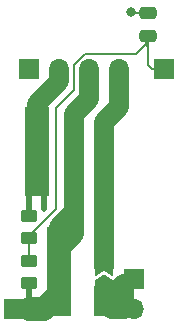
<source format=gbr>
%TF.GenerationSoftware,KiCad,Pcbnew,(6.0.5-0)*%
%TF.CreationDate,2022-11-19T14:20:50-08:00*%
%TF.ProjectId,teensy-lc-reg-adpt,7465656e-7379-42d6-9c63-2d7265672d61,rev?*%
%TF.SameCoordinates,PX8a12ae0PY695f190*%
%TF.FileFunction,Copper,L1,Top*%
%TF.FilePolarity,Positive*%
%FSLAX46Y46*%
G04 Gerber Fmt 4.6, Leading zero omitted, Abs format (unit mm)*
G04 Created by KiCad (PCBNEW (6.0.5-0)) date 2022-11-19 14:20:50*
%MOMM*%
%LPD*%
G01*
G04 APERTURE LIST*
G04 Aperture macros list*
%AMRoundRect*
0 Rectangle with rounded corners*
0 $1 Rounding radius*
0 $2 $3 $4 $5 $6 $7 $8 $9 X,Y pos of 4 corners*
0 Add a 4 corners polygon primitive as box body*
4,1,4,$2,$3,$4,$5,$6,$7,$8,$9,$2,$3,0*
0 Add four circle primitives for the rounded corners*
1,1,$1+$1,$2,$3*
1,1,$1+$1,$4,$5*
1,1,$1+$1,$6,$7*
1,1,$1+$1,$8,$9*
0 Add four rect primitives between the rounded corners*
20,1,$1+$1,$2,$3,$4,$5,0*
20,1,$1+$1,$4,$5,$6,$7,0*
20,1,$1+$1,$6,$7,$8,$9,0*
20,1,$1+$1,$8,$9,$2,$3,0*%
%AMFreePoly0*
4,1,6,0.500000,-0.750000,-0.650000,-0.750000,-0.150000,0.000000,-0.650000,0.750000,0.500000,0.750000,0.500000,-0.750000,0.500000,-0.750000,$1*%
%AMFreePoly1*
4,1,6,1.000000,0.000000,0.500000,-0.750000,-0.500000,-0.750000,-0.500000,0.750000,0.500000,0.750000,1.000000,0.000000,1.000000,0.000000,$1*%
G04 Aperture macros list end*
%TA.AperFunction,SMDPad,CuDef*%
%ADD10FreePoly0,90.000000*%
%TD*%
%TA.AperFunction,SMDPad,CuDef*%
%ADD11FreePoly1,90.000000*%
%TD*%
%TA.AperFunction,SMDPad,CuDef*%
%ADD12R,1.800000X2.500000*%
%TD*%
%TA.AperFunction,SMDPad,CuDef*%
%ADD13RoundRect,0.250000X-0.450000X0.262500X-0.450000X-0.262500X0.450000X-0.262500X0.450000X0.262500X0*%
%TD*%
%TA.AperFunction,ComponentPad*%
%ADD14R,1.700000X1.700000*%
%TD*%
%TA.AperFunction,SMDPad,CuDef*%
%ADD15RoundRect,0.250000X0.475000X-0.250000X0.475000X0.250000X-0.475000X0.250000X-0.475000X-0.250000X0*%
%TD*%
%TA.AperFunction,SMDPad,CuDef*%
%ADD16R,2.000000X3.800000*%
%TD*%
%TA.AperFunction,ComponentPad*%
%ADD17O,1.700000X1.700000*%
%TD*%
%TA.AperFunction,ViaPad*%
%ADD18C,0.800000*%
%TD*%
%TA.AperFunction,Conductor*%
%ADD19C,0.203200*%
%TD*%
%TA.AperFunction,Conductor*%
%ADD20C,1.700000*%
%TD*%
%TA.AperFunction,Conductor*%
%ADD21C,0.508000*%
%TD*%
%TA.AperFunction,Conductor*%
%ADD22C,2.000000*%
%TD*%
G04 APERTURE END LIST*
D10*
%TO.P,JP1,2,B*%
%TO.N,+5V*%
X11430000Y4662000D03*
D11*
%TO.P,JP1,1,A*%
%TO.N,/VBUS*%
X11430000Y3212000D03*
%TD*%
D12*
%TO.P,D1,2,A*%
%TO.N,+5V*%
X11430000Y5937000D03*
%TO.P,D1,1,K*%
%TO.N,/VBUS*%
X11430000Y1937000D03*
%TD*%
D13*
%TO.P,R2,1*%
%TO.N,/P12V_SENSE*%
X5080000Y5357500D03*
%TO.P,R2,2*%
%TO.N,GND*%
X5080000Y3532500D03*
%TD*%
%TO.P,R1,1*%
%TO.N,+12V*%
X5080000Y9167500D03*
%TO.P,R1,2*%
%TO.N,/P12V_SENSE*%
X5080000Y7342500D03*
%TD*%
D14*
%TO.P,J4,1,Pin_1*%
%TO.N,/P12V_SENSE*%
X16510000Y21590000D03*
%TD*%
D15*
%TO.P,C1,2*%
%TO.N,GND*%
X15113000Y26350000D03*
%TO.P,C1,1*%
%TO.N,/P12V_SENSE*%
X15113000Y24450000D03*
%TD*%
D16*
%TO.P,TP3,1,1*%
%TO.N,+12V*%
X5715000Y16510000D03*
%TD*%
%TO.P,TP2,1,1*%
%TO.N,GND*%
X7620000Y2540000D03*
%TD*%
D14*
%TO.P,J2,1,Pin_1*%
%TO.N,unconnected-(J2-Pad1)*%
X5080000Y21590000D03*
D17*
%TO.P,J2,2,Pin_2*%
%TO.N,+12V*%
X7620000Y21590000D03*
%TO.P,J2,3,Pin_3*%
%TO.N,GND*%
X10160000Y21590000D03*
%TO.P,J2,4,Pin_4*%
%TO.N,+5V*%
X12700000Y21590000D03*
%TD*%
D14*
%TO.P,J3,1,Pin_1*%
%TO.N,/VBUS*%
X13970000Y3810000D03*
D17*
%TO.P,J3,2,Pin_2*%
X13970000Y1270000D03*
%TD*%
D16*
%TO.P,TP1,1,1*%
%TO.N,+12V*%
X5715000Y12700000D03*
%TD*%
D14*
%TO.P,J1,1,Pin_1*%
%TO.N,GND*%
X3810000Y1270000D03*
%TD*%
D16*
%TO.P,TP4,1,1*%
%TO.N,GND*%
X7620000Y6350000D03*
%TD*%
D18*
%TO.N,GND*%
X13716000Y26416000D03*
%TD*%
D19*
%TO.N,/P12V_SENSE*%
X15113000Y24450000D02*
X15113000Y23495000D01*
X14986000Y23749000D02*
X14859000Y23622000D01*
X14859000Y23622000D02*
X14097000Y22860000D01*
X14986000Y23622000D02*
X14859000Y23622000D01*
X15113000Y23495000D02*
X15113000Y21971000D01*
X15113000Y23495000D02*
X14986000Y23622000D01*
X15113000Y21971000D02*
X15494000Y21590000D01*
D20*
%TO.N,+5V*%
X11430000Y17145000D02*
X11430000Y5937000D01*
%TO.N,/VBUS*%
X13081000Y3428754D02*
X13081000Y1270000D01*
X13081000Y1270000D02*
X12097000Y1270000D01*
X12097000Y1270000D02*
X11430000Y1937000D01*
X13081000Y3428754D02*
X11589246Y1937000D01*
X11589246Y1937000D02*
X11430000Y1937000D01*
D19*
%TO.N,GND*%
X14986000Y26350000D02*
X13782000Y26350000D01*
X13782000Y26350000D02*
X13716000Y26416000D01*
%TO.N,/P12V_SENSE*%
X14986000Y24450000D02*
X14986000Y23749000D01*
X8890000Y21947918D02*
X8890000Y19812000D01*
X14097000Y22860000D02*
X9802082Y22860000D01*
X5080000Y7493000D02*
X5080000Y7342500D01*
X9802082Y22860000D02*
X8890000Y21947918D01*
X7366000Y18288000D02*
X7366000Y9779000D01*
X8890000Y19812000D02*
X7366000Y18288000D01*
X7366000Y9779000D02*
X5080000Y7493000D01*
D20*
%TO.N,+12V*%
X7620000Y21590000D02*
X7620000Y20574000D01*
X7620000Y20574000D02*
X5715000Y18669000D01*
X5715000Y18669000D02*
X5715000Y16510000D01*
D19*
%TO.N,/P12V_SENSE*%
X5080000Y5357500D02*
X5080000Y7342500D01*
X15494000Y21590000D02*
X16510000Y21590000D01*
D21*
%TO.N,+12V*%
X5715000Y12700000D02*
X6350000Y12065000D01*
X6350000Y12319000D02*
X6350000Y9779000D01*
%TO.N,GND*%
X5080000Y3532500D02*
X5080000Y1270000D01*
%TO.N,+12V*%
X5080000Y9167500D02*
X5080000Y12065000D01*
X5080000Y12065000D02*
X5715000Y12700000D01*
D20*
%TO.N,GND*%
X8890000Y7620000D02*
X7620000Y6350000D01*
D22*
X7620000Y2540000D02*
X6350000Y1270000D01*
X6350000Y1270000D02*
X5080000Y1270000D01*
D20*
X8890000Y9525000D02*
X7620000Y8255000D01*
X8890000Y9525000D02*
X8890000Y7620000D01*
D22*
X7620000Y6350000D02*
X7620000Y2540000D01*
D20*
X10160000Y21590000D02*
X10160000Y19050000D01*
X10160000Y19050000D02*
X8890000Y17780000D01*
X8890000Y17780000D02*
X8890000Y9525000D01*
D22*
%TO.N,+12V*%
X5715000Y12700000D02*
X5715000Y17780000D01*
D20*
%TO.N,+5V*%
X12700000Y21590000D02*
X12700000Y18415000D01*
X12700000Y18415000D02*
X11430000Y17145000D01*
%TD*%
M02*

</source>
